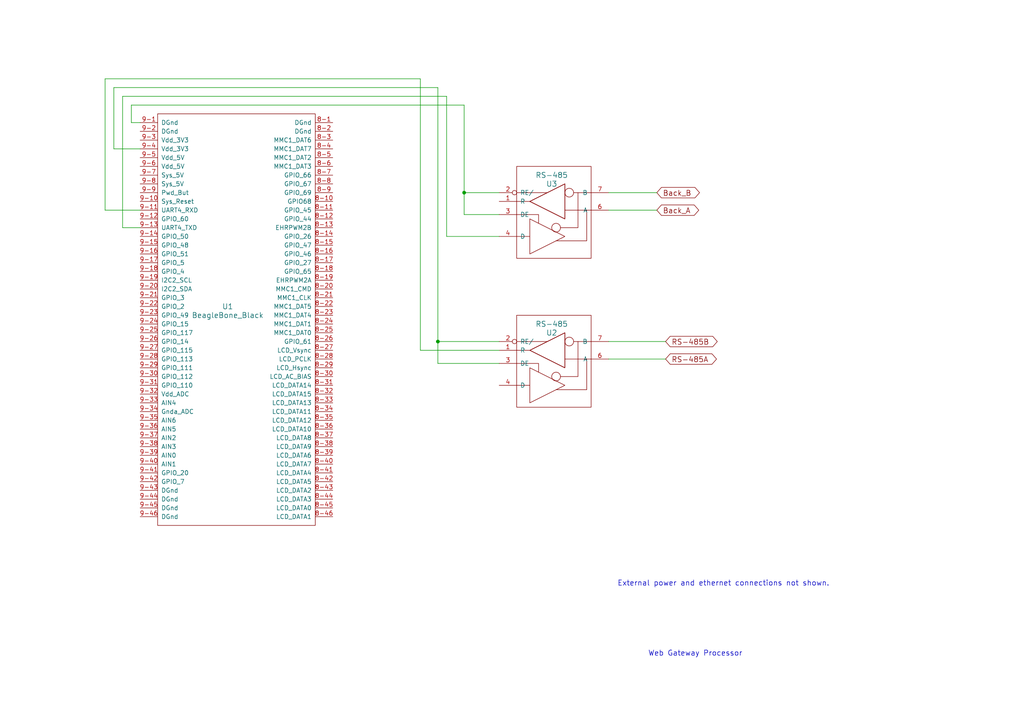
<source format=kicad_sch>
(kicad_sch (version 20230121) (generator eeschema)
  (paper "A4")
  (title_block (company "Modest Consulting") (comment 1 "by Brent Seidel"))
  (lib_symbols
    (symbol "PartsLibrary:BeagleBone_Black" (pin_names (offset 1.016))
      (property "Reference" "U" (at 0 2.54 0))
      (property "Value" "BeagleBone_Black" (at 0 0 0))
      (symbol "BeagleBone_Black_0_1"
        (rectangle (start -20.32 58.42) (end 25.4 -60.96))
      )
      (symbol "BeagleBone_Black_1_1"
        (pin input line (at 30.48 55.88 180) (length 5.08) (name "DGnd") (number "8-1"))
        (pin input line (at 30.48 33.02 180) (length 5.08) (name "GPIO68") (number "8-10"))
        (pin input line (at 30.48 30.48 180) (length 5.08) (name "GPIO_45") (number "8-11"))
        (pin input line (at 30.48 27.94 180) (length 5.08) (name "GPIO_44") (number "8-12"))
        (pin input line (at 30.48 25.4 180) (length 5.08) (name "EHRPWM2B") (number "8-13"))
        (pin input line (at 30.48 22.86 180) (length 5.08) (name "GPIO_26") (number "8-14"))
        (pin input line (at 30.48 20.32 180) (length 5.08) (name "GPIO_47") (number "8-15"))
        (pin input line (at 30.48 17.78 180) (length 5.08) (name "GPIO_46") (number "8-16"))
        (pin input line (at 30.48 15.24 180) (length 5.08) (name "GPIO_27") (number "8-17"))
        (pin input line (at 30.48 12.7 180) (length 5.08) (name "GPIO_65") (number "8-18"))
        (pin input line (at 30.48 10.16 180) (length 5.08) (name "EHRPWM2A") (number "8-19"))
        (pin input line (at 30.48 53.34 180) (length 5.08) (name "DGnd") (number "8-2"))
        (pin input line (at 30.48 7.62 180) (length 5.08) (name "MMC1_CMD") (number "8-20"))
        (pin input line (at 30.48 5.08 180) (length 5.08) (name "MMC1_CLK") (number "8-21"))
        (pin input line (at 30.48 2.54 180) (length 5.08) (name "MMC1_DAT5") (number "8-22"))
        (pin input line (at 30.48 0 180) (length 5.08) (name "MMC1_DAT4") (number "8-23"))
        (pin input line (at 30.48 -2.54 180) (length 5.08) (name "MMC1_DAT1") (number "8-24"))
        (pin input line (at 30.48 -5.08 180) (length 5.08) (name "MMC1_DAT0") (number "8-25"))
        (pin input line (at 30.48 -7.62 180) (length 5.08) (name "GPIO_61") (number "8-26"))
        (pin input line (at 30.48 -10.16 180) (length 5.08) (name "LCD_Vsync") (number "8-27"))
        (pin input line (at 30.48 -12.7 180) (length 5.08) (name "LCD_PCLK") (number "8-28"))
        (pin input line (at 30.48 -15.24 180) (length 5.08) (name "LCD_Hsync") (number "8-29"))
        (pin input line (at 30.48 50.8 180) (length 5.08) (name "MMC1_DAT6") (number "8-3"))
        (pin input line (at 30.48 -17.78 180) (length 5.08) (name "LCD_AC_BIAS") (number "8-30"))
        (pin input line (at 30.48 -20.32 180) (length 5.08) (name "LCD_DATA14") (number "8-31"))
        (pin input line (at 30.48 -22.86 180) (length 5.08) (name "LCD_DATA15") (number "8-32"))
        (pin input line (at 30.48 -25.4 180) (length 5.08) (name "LCD_DATA13") (number "8-33"))
        (pin input line (at 30.48 -27.94 180) (length 5.08) (name "LCD_DATA11") (number "8-34"))
        (pin input line (at 30.48 -30.48 180) (length 5.08) (name "LCD_DATA12") (number "8-35"))
        (pin input line (at 30.48 -33.02 180) (length 5.08) (name "LCD_DATA10") (number "8-36"))
        (pin input line (at 30.48 -35.56 180) (length 5.08) (name "LCD_DATA8") (number "8-37"))
        (pin input line (at 30.48 -38.1 180) (length 5.08) (name "LCD_DATA9") (number "8-38"))
        (pin input line (at 30.48 -40.64 180) (length 5.08) (name "LCD_DATA6") (number "8-39"))
        (pin input line (at 30.48 48.26 180) (length 5.08) (name "MMC1_DAT7") (number "8-4"))
        (pin input line (at 30.48 -43.18 180) (length 5.08) (name "LCD_DATA7") (number "8-40"))
        (pin input line (at 30.48 -45.72 180) (length 5.08) (name "LCD_DATA4") (number "8-41"))
        (pin input line (at 30.48 -48.26 180) (length 5.08) (name "LCD_DATA5") (number "8-42"))
        (pin input line (at 30.48 -50.8 180) (length 5.08) (name "LCD_DATA2") (number "8-43"))
        (pin input line (at 30.48 -53.34 180) (length 5.08) (name "LCD_DATA3") (number "8-44"))
        (pin input line (at 30.48 -55.88 180) (length 5.08) (name "LCD_DATA0") (number "8-45"))
        (pin input line (at 30.48 -58.42 180) (length 5.08) (name "LCD_DATA1") (number "8-46"))
        (pin input line (at 30.48 45.72 180) (length 5.08) (name "MMC1_DAT2") (number "8-5"))
        (pin input line (at 30.48 43.18 180) (length 5.08) (name "MMC1_DAT3") (number "8-6"))
        (pin input line (at 30.48 40.64 180) (length 5.08) (name "GPIO_66") (number "8-7"))
        (pin input line (at 30.48 38.1 180) (length 5.08) (name "GPIO_67") (number "8-8"))
        (pin input line (at 30.48 35.56 180) (length 5.08) (name "GPIO_69") (number "8-9"))
        (pin input line (at -25.4 55.88 0) (length 5.08) (name "DGnd") (number "9-1"))
        (pin input line (at -25.4 33.02 0) (length 5.08) (name "Sys_Reset") (number "9-10"))
        (pin input line (at -25.4 30.48 0) (length 5.08) (name "UART4_RXD") (number "9-11"))
        (pin input line (at -25.4 27.94 0) (length 5.08) (name "GPIO_60") (number "9-12"))
        (pin input line (at -25.4 25.4 0) (length 5.08) (name "UART4_TXD") (number "9-13"))
        (pin input line (at -25.4 22.86 0) (length 5.08) (name "GPIO_50") (number "9-14"))
        (pin input line (at -25.4 20.32 0) (length 5.08) (name "GPIO_48") (number "9-15"))
        (pin input line (at -25.4 17.78 0) (length 5.08) (name "GPIO_51") (number "9-16"))
        (pin input line (at -25.4 15.24 0) (length 5.08) (name "GPIO_5") (number "9-17"))
        (pin input line (at -25.4 12.7 0) (length 5.08) (name "GPIO_4") (number "9-18"))
        (pin input line (at -25.4 10.16 0) (length 5.08) (name "I2C2_SCL") (number "9-19"))
        (pin input line (at -25.4 53.34 0) (length 5.08) (name "DGnd") (number "9-2"))
        (pin input line (at -25.4 7.62 0) (length 5.08) (name "I2C2_SDA") (number "9-20"))
        (pin input line (at -25.4 5.08 0) (length 5.08) (name "GPIO_3") (number "9-21"))
        (pin input line (at -25.4 2.54 0) (length 5.08) (name "GPIO_2") (number "9-22"))
        (pin input line (at -25.4 0 0) (length 5.08) (name "GPIO_49") (number "9-23"))
        (pin input line (at -25.4 -2.54 0) (length 5.08) (name "GPIO_15") (number "9-24"))
        (pin input line (at -25.4 -5.08 0) (length 5.08) (name "GPIO_117") (number "9-25"))
        (pin input line (at -25.4 -7.62 0) (length 5.08) (name "GPIO_14") (number "9-26"))
        (pin input line (at -25.4 -10.16 0) (length 5.08) (name "GPIO_115") (number "9-27"))
        (pin input line (at -25.4 -12.7 0) (length 5.08) (name "GPIO_113") (number "9-28"))
        (pin input line (at -25.4 -15.24 0) (length 5.08) (name "GPIO_111") (number "9-29"))
        (pin input line (at -25.4 50.8 0) (length 5.08) (name "Vdd_3V3") (number "9-3"))
        (pin input line (at -25.4 -17.78 0) (length 5.08) (name "GPIO_112") (number "9-30"))
        (pin input line (at -25.4 -20.32 0) (length 5.08) (name "GPIO_110") (number "9-31"))
        (pin input line (at -25.4 -22.86 0) (length 5.08) (name "Vdd_ADC") (number "9-32"))
        (pin input line (at -25.4 -25.4 0) (length 5.08) (name "AIN4") (number "9-33"))
        (pin input line (at -25.4 -27.94 0) (length 5.08) (name "Gnda_ADC") (number "9-34"))
        (pin input line (at -25.4 -30.48 0) (length 5.08) (name "AIN6") (number "9-35"))
        (pin input line (at -25.4 -33.02 0) (length 5.08) (name "AIN5") (number "9-36"))
        (pin input line (at -25.4 -35.56 0) (length 5.08) (name "AIN2") (number "9-37"))
        (pin input line (at -25.4 -38.1 0) (length 5.08) (name "AIN3") (number "9-38"))
        (pin input line (at -25.4 -40.64 0) (length 5.08) (name "AIN0") (number "9-39"))
        (pin input line (at -25.4 48.26 0) (length 5.08) (name "Vdd_3V3") (number "9-4"))
        (pin input line (at -25.4 -43.18 0) (length 5.08) (name "AIN1") (number "9-40"))
        (pin input line (at -25.4 -45.72 0) (length 5.08) (name "GPIO_20") (number "9-41"))
        (pin input line (at -25.4 -48.26 0) (length 5.08) (name "GPIO_7") (number "9-42"))
        (pin input line (at -25.4 -50.8 0) (length 5.08) (name "DGnd") (number "9-43"))
        (pin input line (at -25.4 -53.34 0) (length 5.08) (name "DGnd") (number "9-44"))
        (pin input line (at -25.4 -55.88 0) (length 5.08) (name "DGnd") (number "9-45"))
        (pin input line (at -25.4 -58.42 0) (length 5.08) (name "DGnd") (number "9-46"))
        (pin input line (at -25.4 45.72 0) (length 5.08) (name "Vdd_5V") (number "9-5"))
        (pin input line (at -25.4 43.18 0) (length 5.08) (name "Vdd_5V") (number "9-6"))
        (pin input line (at -25.4 40.64 0) (length 5.08) (name "Sys_5V") (number "9-7"))
        (pin input line (at -25.4 38.1 0) (length 5.08) (name "Sys_5V") (number "9-8"))
        (pin input line (at -25.4 35.56 0) (length 5.08) (name "Pwd_But") (number "9-9"))
      )
    )
    (symbol "PartsLibrary:RS-485" (pin_names (offset 1.016))
      (property "Reference" "U" (at 0 -2.54 0))
      (property "Value" "RS-485" (at 0 0 0))
      (symbol "RS-485_0_1"
        (rectangle (start -10.16 2.54) (end 11.43 -24.13))
        (polyline (pts (xy -10.16 -17.78) (xy -6.35 -17.78)))
        (polyline (pts (xy -10.16 -7.62) (xy -6.35 -7.62)))
        (polyline (pts (xy -10.16 -5.08) (xy -1.27 -5.08)))
        (polyline (pts (xy 11.43 -10.16) (xy 3.81 -10.16)))
        (polyline (pts (xy 11.43 -5.08) (xy 6.35 -5.08)))
        (polyline (pts (xy -10.16 -11.43) (xy -3.81 -11.43) (xy -3.81 -13.97)))
        (polyline (pts (xy 1.27 -19.05) (xy 10.16 -19.05) (xy 10.16 -10.16)))
        (polyline (pts (xy 2.54 -15.24) (xy 7.62 -15.24) (xy 7.62 -5.08)))
        (polyline (pts (xy -6.35 -12.7) (xy 3.81 -17.78) (xy -6.35 -22.86) (xy -6.35 -12.7)))
        (polyline (pts (xy 3.81 -2.54) (xy 3.81 -12.7) (xy -6.35 -7.62) (xy 3.81 -2.54)))
        (polyline (pts (xy 3.81 -2.54) (xy 3.81 -12.7) (xy -6.35 -7.62) (xy 3.81 -2.54)))
        (circle (center 1.27 -15.24) (radius 1.27))
        (circle (center 5.08 -5.08) (radius 1.27))
      )
      (symbol "RS-485_1_1"
        (pin input line (at -15.24 -7.62 0) (length 5.08) (name "R") (number "1"))
        (pin input inverted (at -15.24 -5.08 0) (length 5.08) (name "RE/") (number "2"))
        (pin input line (at -15.24 -11.43 0) (length 5.08) (name "DE") (number "3"))
        (pin input line (at -15.24 -17.78 0) (length 5.08) (name "D") (number "4"))
        (pin input line (at 16.51 -10.16 180) (length 5.08) (name "A") (number "6"))
        (pin bidirectional line (at 16.51 -5.08 180) (length 5.08) (name "B") (number "7"))
      )
    )
  )
  (junction (at 134.62 55.88))
  (junction (at 127 99.06))
  (wire (pts (xy 129.54 68.58) (xy 144.78 68.58)))
  (wire (pts (xy 30.48 60.96) (xy 30.48 22.86)))
  (wire (pts (xy 134.62 55.88) (xy 144.78 55.88)))
  (wire (pts (xy 134.62 30.48) (xy 134.62 55.88)))
  (wire (pts (xy 129.54 27.94) (xy 129.54 68.58)))
  (wire (pts (xy 33.02 25.4) (xy 127 25.4)))
  (wire (pts (xy 33.02 43.18) (xy 33.02 25.4)))
  (wire (pts (xy 40.64 35.56) (xy 38.1 35.56)))
  (wire (pts (xy 35.56 66.04) (xy 35.56 27.94)))
  (wire (pts (xy 127 99.06) (xy 144.78 99.06)))
  (wire (pts (xy 40.64 66.04) (xy 35.56 66.04)))
  (wire (pts (xy 134.62 55.88) (xy 134.62 62.23)))
  (wire (pts (xy 127 105.41) (xy 144.78 105.41)))
  (wire (pts (xy 176.53 60.96) (xy 190.5 60.96)))
  (wire (pts (xy 121.92 22.86) (xy 121.92 101.6)))
  (wire (pts (xy 40.64 60.96) (xy 30.48 60.96)))
  (wire (pts (xy 30.48 22.86) (xy 121.92 22.86)))
  (wire (pts (xy 127 99.06) (xy 127 105.41)))
  (wire (pts (xy 38.1 35.56) (xy 38.1 30.48)))
  (wire (pts (xy 40.64 43.18) (xy 33.02 43.18)))
  (wire (pts (xy 134.62 62.23) (xy 144.78 62.23)))
  (wire (pts (xy 176.53 104.14) (xy 193.04 104.14)))
  (wire (pts (xy 38.1 30.48) (xy 134.62 30.48)))
  (wire (pts (xy 176.53 55.88) (xy 190.5 55.88)))
  (wire (pts (xy 176.53 99.06) (xy 193.04 99.06)))
  (wire (pts (xy 121.92 101.6) (xy 144.78 101.6)))
  (wire (pts (xy 127 25.4) (xy 127 99.06)))
  (wire (pts (xy 35.56 27.94) (xy 129.54 27.94)))
  (text "External power and ethernet connections not shown." (at 179.07 170.18 0) (effects (font (size 1.524 1.524)) (justify left bottom)))
  (text "Web Gateway Processor" (at 187.96 190.5 0) (effects (font (size 1.524 1.524)) (justify left bottom)))
  (global_label "Back_A" (shape bidirectional) (at 190.5 60.96 0) (effects (font (size 1.524 1.524))) (property "Intersheetrefs" "${INTERSHEET_REFS}" (effects hide)))
  (global_label "RS-485A" (shape bidirectional) (at 193.04 104.14 0) (effects (font (size 1.524 1.524))) (property "Intersheetrefs" "${INTERSHEET_REFS}" (effects hide)))
  (global_label "Back_B" (shape bidirectional) (at 190.5 55.88 0) (effects (font (size 1.524 1.524))) (property "Intersheetrefs" "${INTERSHEET_REFS}" (effects hide)))
  (global_label "RS-485B" (shape bidirectional) (at 193.04 99.06 0) (effects (font (size 1.524 1.524))) (property "Intersheetrefs" "${INTERSHEET_REFS}" (effects hide)))
  (symbol (lib_id "PartsLibrary:BeagleBone_Black") (at 66.04 91.44 0) (unit 1)
    (property "Reference" "U1" (at 66.04 88.9 0) (effects (font (size 1.524 1.524))))
    (property "Value" "BeagleBone_Black" (at 66.04 91.44 0) (effects (font (size 1.524 1.524))))
  )
  (symbol (lib_id "PartsLibrary:RS-485") (at 160.02 50.8 0) (unit 1)
    (property "Reference" "U3" (at 160.02 53.34 0) (effects (font (size 1.524 1.524))))
    (property "Value" "RS-485" (at 160.02 50.8 0) (effects (font (size 1.524 1.524))))
  )
  (symbol (lib_id "PartsLibrary:RS-485") (at 160.02 93.98 0) (unit 1)
    (property "Reference" "U2" (at 160.02 96.52 0) (effects (font (size 1.524 1.524))))
    (property "Value" "RS-485" (at 160.02 93.98 0) (effects (font (size 1.524 1.524))))
  )
)
</source>
